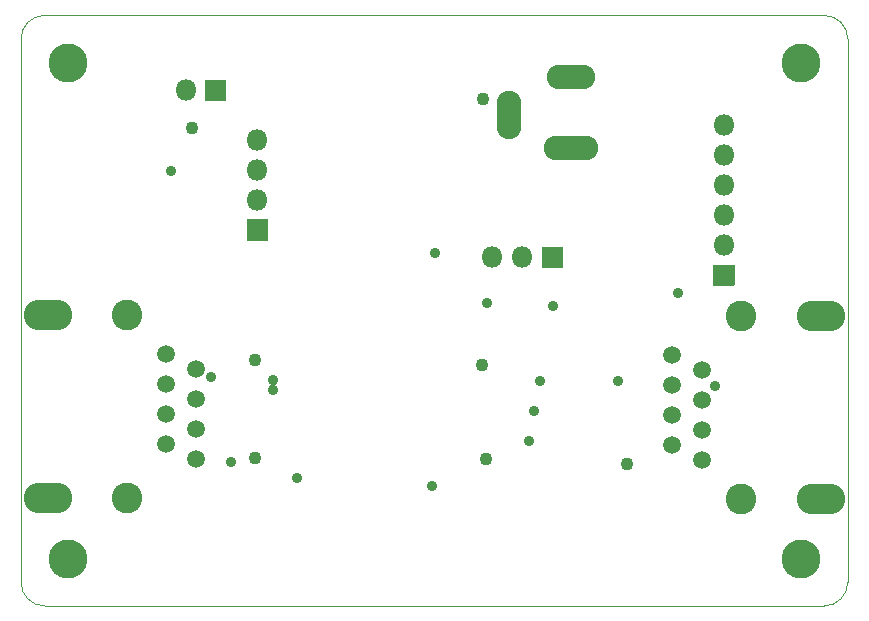
<source format=gbs>
G04 #@! TF.GenerationSoftware,KiCad,Pcbnew,5.1.12-84ad8e8a86~92~ubuntu20.04.1*
G04 #@! TF.CreationDate,2022-04-03T12:43:19+02:00*
G04 #@! TF.ProjectId,s88iso,73383869-736f-42e6-9b69-6361645f7063,2020/08*
G04 #@! TF.SameCoordinates,Original*
G04 #@! TF.FileFunction,Soldermask,Bot*
G04 #@! TF.FilePolarity,Negative*
%FSLAX46Y46*%
G04 Gerber Fmt 4.6, Leading zero omitted, Abs format (unit mm)*
G04 Created by KiCad (PCBNEW 5.1.12-84ad8e8a86~92~ubuntu20.04.1) date 2022-04-03 12:43:19*
%MOMM*%
%LPD*%
G01*
G04 APERTURE LIST*
G04 #@! TA.AperFunction,Profile*
%ADD10C,0.050000*%
G04 #@! TD*
%ADD11O,4.102000X2.602000*%
%ADD12C,1.502000*%
%ADD13C,2.602000*%
%ADD14O,1.802000X1.802000*%
%ADD15C,3.302000*%
%ADD16O,2.100980X4.102500*%
%ADD17O,4.102500X2.100980*%
%ADD18O,4.602880X2.100980*%
%ADD19C,0.902000*%
%ADD20C,1.102000*%
%ADD21C,0.100000*%
G04 APERTURE END LIST*
D10*
X100000000Y-128000000D02*
X100000000Y-82000000D01*
X168000000Y-130000000D02*
X102000000Y-130000000D01*
X170000000Y-82000000D02*
X170000000Y-128000000D01*
X168000000Y-80000000D02*
X102000000Y-80000000D01*
X100000000Y-82000000D02*
G75*
G02*
X102000000Y-80000000I2000000J0D01*
G01*
X168000000Y-80000000D02*
G75*
G02*
X170000000Y-82000000I0J-2000000D01*
G01*
X170000000Y-128000000D02*
G75*
G02*
X168000000Y-130000000I-2000000J0D01*
G01*
X102000000Y-130000000D02*
G75*
G02*
X100000000Y-128000000I0J2000000D01*
G01*
X100000000Y-128000000D02*
X100000000Y-82000000D01*
X168000000Y-130000000D02*
X102000000Y-130000000D01*
X170000000Y-82000000D02*
X170000000Y-128000000D01*
X168000000Y-80000000D02*
X102000000Y-80000000D01*
X100000000Y-82000000D02*
G75*
G02*
X102000000Y-80000000I2000000J0D01*
G01*
X168000000Y-80000000D02*
G75*
G02*
X170000000Y-82000000I0J-2000000D01*
G01*
X170000000Y-128000000D02*
G75*
G02*
X168000000Y-130000000I-2000000J0D01*
G01*
X102000000Y-130000000D02*
G75*
G02*
X100000000Y-128000000I0J2000000D01*
G01*
D11*
X167700000Y-120983200D03*
X167700000Y-105483200D03*
D12*
X157693200Y-115138200D03*
X157693200Y-117678200D03*
X155153200Y-116408200D03*
X155153200Y-113868200D03*
X157693200Y-112598200D03*
X155153200Y-111328200D03*
X157693200Y-110058200D03*
X155153200Y-108788200D03*
D13*
X160983200Y-120983200D03*
X160983200Y-105483200D03*
D14*
X139920000Y-100500000D03*
X142460000Y-100500000D03*
G36*
G01*
X144150000Y-99599000D02*
X145850000Y-99599000D01*
G75*
G02*
X145901000Y-99650000I0J-51000D01*
G01*
X145901000Y-101350000D01*
G75*
G02*
X145850000Y-101401000I-51000J0D01*
G01*
X144150000Y-101401000D01*
G75*
G02*
X144099000Y-101350000I0J51000D01*
G01*
X144099000Y-99650000D01*
G75*
G02*
X144150000Y-99599000I51000J0D01*
G01*
G37*
D13*
X108979000Y-120899000D03*
X108979000Y-105399000D03*
D12*
X114809000Y-117594000D03*
X112269000Y-116324000D03*
X114809000Y-115054000D03*
X112269000Y-113784000D03*
X114809000Y-112514000D03*
X114809000Y-109974000D03*
X112269000Y-108704000D03*
X112269000Y-111244000D03*
D11*
X102300000Y-120899000D03*
X102300000Y-105399000D03*
D15*
X166000000Y-126000000D03*
X166000000Y-84000000D03*
X104000000Y-126000000D03*
X104000000Y-84000000D03*
D14*
X120015000Y-90551000D03*
X120015000Y-93091000D03*
X120015000Y-95631000D03*
G36*
G01*
X120916000Y-97321000D02*
X120916000Y-99021000D01*
G75*
G02*
X120865000Y-99072000I-51000J0D01*
G01*
X119165000Y-99072000D01*
G75*
G02*
X119114000Y-99021000I0J51000D01*
G01*
X119114000Y-97321000D01*
G75*
G02*
X119165000Y-97270000I51000J0D01*
G01*
X120865000Y-97270000D01*
G75*
G02*
X120916000Y-97321000I0J-51000D01*
G01*
G37*
D16*
X141307820Y-88437720D03*
D17*
X146608800Y-85186520D03*
D18*
X146608800Y-91188540D03*
G36*
G01*
X160413000Y-101150000D02*
X160413000Y-102850000D01*
G75*
G02*
X160362000Y-102901000I-51000J0D01*
G01*
X158662000Y-102901000D01*
G75*
G02*
X158611000Y-102850000I0J51000D01*
G01*
X158611000Y-101150000D01*
G75*
G02*
X158662000Y-101099000I51000J0D01*
G01*
X160362000Y-101099000D01*
G75*
G02*
X160413000Y-101150000I0J-51000D01*
G01*
G37*
D14*
X159512000Y-99460000D03*
X159512000Y-96920000D03*
X159512000Y-94380000D03*
X159512000Y-91840000D03*
X159512000Y-89300000D03*
G36*
G01*
X115634400Y-85459000D02*
X117334400Y-85459000D01*
G75*
G02*
X117385400Y-85510000I0J-51000D01*
G01*
X117385400Y-87210000D01*
G75*
G02*
X117334400Y-87261000I-51000J0D01*
G01*
X115634400Y-87261000D01*
G75*
G02*
X115583400Y-87210000I0J51000D01*
G01*
X115583400Y-85510000D01*
G75*
G02*
X115634400Y-85459000I51000J0D01*
G01*
G37*
X113944400Y-86360000D03*
D19*
X139446000Y-104394000D03*
X145034000Y-104648000D03*
X134823200Y-119837200D03*
X112674400Y-93218000D03*
X135026400Y-100126800D03*
X158750000Y-111353600D03*
D20*
X139039600Y-109575600D03*
X151333200Y-118008400D03*
X114452400Y-89560400D03*
X139090400Y-87122000D03*
X139395200Y-117576600D03*
X119786400Y-117500400D03*
X119786400Y-109220000D03*
D19*
X121310400Y-111760000D03*
X121310400Y-110845600D03*
X123342400Y-119176800D03*
X150571200Y-110998000D03*
X143916400Y-110998000D03*
X143459200Y-113538000D03*
X155600400Y-103530400D03*
X143002000Y-116078000D03*
X116128800Y-110591600D03*
X117754400Y-117805200D03*
D21*
G36*
X121038178Y-111201103D02*
G01*
X121098747Y-111241573D01*
X121180064Y-111275256D01*
X121266393Y-111292428D01*
X121354407Y-111292428D01*
X121440736Y-111275256D01*
X121522053Y-111241573D01*
X121582622Y-111201103D01*
X121584618Y-111200972D01*
X121585729Y-111202635D01*
X121585002Y-111204312D01*
X121570963Y-111215833D01*
X121555668Y-111234470D01*
X121544303Y-111255734D01*
X121537303Y-111278809D01*
X121534940Y-111302800D01*
X121537303Y-111326791D01*
X121544303Y-111349866D01*
X121555668Y-111371130D01*
X121570963Y-111389767D01*
X121585002Y-111401288D01*
X121585706Y-111403160D01*
X121584438Y-111404706D01*
X121582622Y-111404497D01*
X121522053Y-111364027D01*
X121440736Y-111330344D01*
X121354407Y-111313172D01*
X121266393Y-111313172D01*
X121180064Y-111330344D01*
X121098747Y-111364027D01*
X121038178Y-111404497D01*
X121036182Y-111404628D01*
X121035071Y-111402965D01*
X121035798Y-111401288D01*
X121049837Y-111389767D01*
X121065132Y-111371130D01*
X121076497Y-111349866D01*
X121083497Y-111326791D01*
X121085860Y-111302800D01*
X121083497Y-111278809D01*
X121076497Y-111255734D01*
X121065132Y-111234470D01*
X121049837Y-111215833D01*
X121035798Y-111204312D01*
X121035094Y-111202440D01*
X121036362Y-111200894D01*
X121038178Y-111201103D01*
G37*
M02*

</source>
